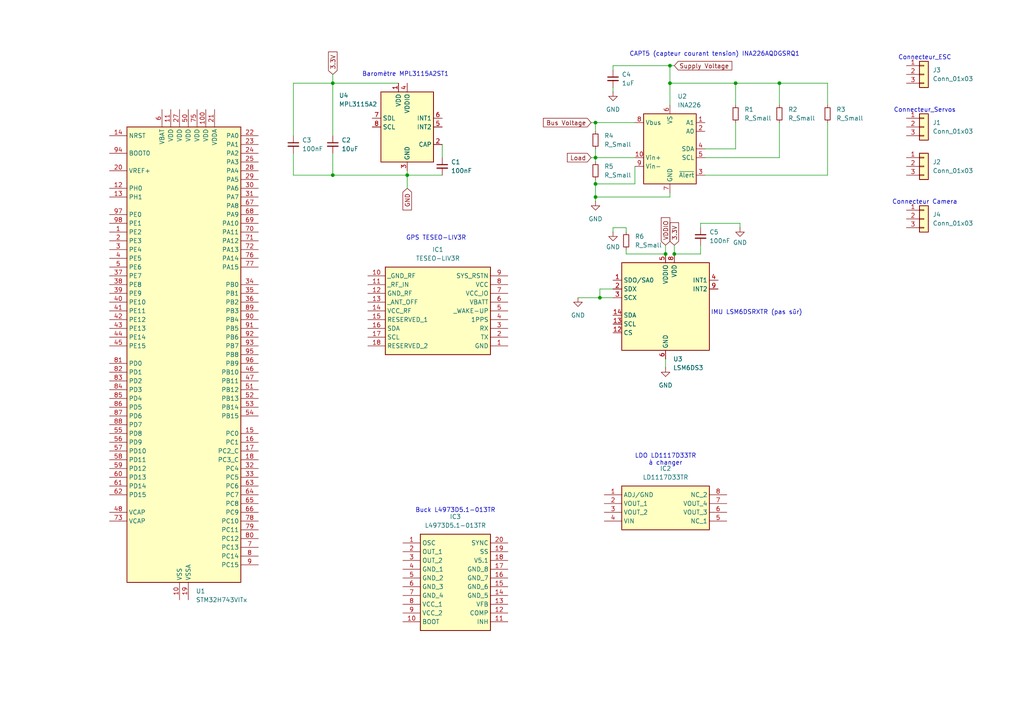
<source format=kicad_sch>
(kicad_sch (version 20231120) (generator "eeschema") (generator_version "8.0")
  (paper "A4")
  (lib_symbols
    (symbol "Connector_Generic:Conn_01x03" (pin_names (offset 1.016) hide)
      (property "Reference" "J" (at 0 5.08 0))
      (property "Value" "Conn_01x03" (at 0 -5.08 0))
      (symbol "Conn_01x03_1_1"
        (rectangle (start -1.27 -2.413) (end 0 -2.667) (stroke (width 0.1524)))
        (rectangle (start -1.27 0.127) (end 0 -0.127) (stroke (width 0.1524)))
        (rectangle (start -1.27 2.667) (end 0 2.413) (stroke (width 0.1524)))
        (rectangle (start -1.27 3.81) (end 1.27 -3.81) (stroke (width 0.254)) (fill (type background)))
        (pin passive line (at -5.08 2.54 0) (length 3.81) (name "Pin_1") (number "1"))
        (pin passive line (at -5.08 0 0) (length 3.81) (name "Pin_2") (number "2"))
        (pin passive line (at -5.08 -2.54 0) (length 3.81) (name "Pin_3") (number "3"))
      )
    )
    (symbol "Device:C_Small" (pin_numbers hide) (pin_names (offset 0.254) hide)
      (property "Reference" "C" (at 0.254 1.778 0))
      (property "Value" "C_Small" (at 0.254 -2.032 0))
      (symbol "C_Small_0_1"
        (polyline (pts (xy -1.524 -0.508) (xy 1.524 -0.508)) (stroke (width 0.3302)))
        (polyline (pts (xy -1.524 0.508) (xy 1.524 0.508)) (stroke (width 0.3048)))
      )
      (symbol "C_Small_1_1"
        (pin passive line (at 0 2.54 270) (length 2.032) (name "~") (number "1"))
        (pin passive line (at 0 -2.54 90) (length 2.032) (name "~") (number "2"))
      )
    )
    (symbol "Device:R_Small" (pin_numbers hide) (pin_names (offset 0.254) hide)
      (property "Reference" "R" (at 0.762 0.508 0))
      (property "Value" "R_Small" (at 0.762 -1.016 0))
      (symbol "R_Small_0_1"
        (rectangle (start -0.762 1.778) (end 0.762 -1.778) (stroke (width 0.2032)))
      )
      (symbol "R_Small_1_1"
        (pin passive line (at 0 2.54 270) (length 0.762) (name "~") (number "1"))
        (pin passive line (at 0 -2.54 90) (length 0.762) (name "~") (number "2"))
      )
    )
    (symbol "L4973D5_1-013TR:L4973D5.1-013TR"
      (property "Reference" "IC" (at 26.67 7.62 0))
      (property "Value" "L4973D5.1-013TR" (at 26.67 5.08 0))
      (symbol "L4973D5.1-013TR_1_1"
        (rectangle (start 5.08 2.54) (end 25.4 -25.4) (stroke (width 0.254)) (fill (type background)))
        (pin passive line (at 0 0 0) (length 5.08) (name "OSC") (number "1"))
        (pin passive line (at 0 -22.86 0) (length 5.08) (name "BOOT") (number "10"))
        (pin passive line (at 30.48 -22.86 180) (length 5.08) (name "INH") (number "11"))
        (pin passive line (at 30.48 -20.32 180) (length 5.08) (name "COMP") (number "12"))
        (pin passive line (at 30.48 -17.78 180) (length 5.08) (name "VFB") (number "13"))
        (pin passive line (at 30.48 -15.24 180) (length 5.08) (name "GND_5") (number "14"))
        (pin passive line (at 30.48 -12.7 180) (length 5.08) (name "GND_6") (number "15"))
        (pin passive line (at 30.48 -10.16 180) (length 5.08) (name "GND_7") (number "16"))
        (pin passive line (at 30.48 -7.62 180) (length 5.08) (name "GND_8") (number "17"))
        (pin passive line (at 30.48 -5.08 180) (length 5.08) (name "V5.1") (number "18"))
        (pin passive line (at 30.48 -2.54 180) (length 5.08) (name "SS") (number "19"))
        (pin passive line (at 0 -2.54 0) (length 5.08) (name "OUT_1") (number "2"))
        (pin passive line (at 30.48 0 180) (length 5.08) (name "SYNC") (number "20"))
        (pin passive line (at 0 -5.08 0) (length 5.08) (name "OUT_2") (number "3"))
        (pin passive line (at 0 -7.62 0) (length 5.08) (name "GND_1") (number "4"))
        (pin passive line (at 0 -10.16 0) (length 5.08) (name "GND_2") (number "5"))
        (pin passive line (at 0 -12.7 0) (length 5.08) (name "GND_3") (number "6"))
        (pin passive line (at 0 -15.24 0) (length 5.08) (name "GND_4") (number "7"))
        (pin passive line (at 0 -17.78 0) (length 5.08) (name "VCC_1") (number "8"))
        (pin passive line (at 0 -20.32 0) (length 5.08) (name "VCC_2") (number "9"))
      )
    )
    (symbol "LD1117D33TR:LD1117D33TR"
      (property "Reference" "IC" (at 31.75 7.62 0))
      (property "Value" "LD1117D33TR" (at 31.75 5.08 0))
      (symbol "LD1117D33TR_1_1"
        (rectangle (start 5.08 2.54) (end 30.48 -10.16) (stroke (width 0.254)) (fill (type background)))
        (pin passive line (at 0 0 0) (length 5.08) (name "ADJ/GND") (number "1"))
        (pin passive line (at 0 -2.54 0) (length 5.08) (name "VOUT_1") (number "2"))
        (pin passive line (at 0 -5.08 0) (length 5.08) (name "VOUT_2") (number "3"))
        (pin passive line (at 0 -7.62 0) (length 5.08) (name "VIN") (number "4"))
        (pin passive line (at 35.56 -7.62 180) (length 5.08) (name "NC_1") (number "5"))
        (pin passive line (at 35.56 -5.08 180) (length 5.08) (name "VOUT_3") (number "6"))
        (pin passive line (at 35.56 -2.54 180) (length 5.08) (name "VOUT_4") (number "7"))
        (pin passive line (at 35.56 0 180) (length 5.08) (name "NC_2") (number "8"))
      )
    )
    (symbol "MCU_ST_STM32H7:STM32H743VITx"
      (property "Reference" "U" (at -15.24 67.31 0))
      (property "Value" "STM32H743VITx" (at 12.7 67.31 0))
      (symbol "STM32H743VITx_0_1"
        (rectangle (start -15.24 -66.04) (end 17.78 66.04) (stroke (width 0.254)) (fill (type background)))
      )
      (symbol "STM32H743VITx_1_1"
        (pin bidirectional line (at -20.32 35.56 0) (length 5.08) (name "PE2") (number "1"))
        (pin power_in line (at 0 -71.12 90) (length 5.08) (name "VSS") (number "10"))
        (pin power_in line (at 7.62 71.12 270) (length 5.08) (name "VDD") (number "100"))
        (pin power_in line (at -2.54 71.12 270) (length 5.08) (name "VDD") (number "11"))
        (pin bidirectional line (at -20.32 48.26 0) (length 5.08) (name "PH0") (number "12"))
        (pin bidirectional line (at -20.32 45.72 0) (length 5.08) (name "PH1") (number "13"))
        (pin input line (at -20.32 63.5 0) (length 5.08) (name "NRST") (number "14"))
        (pin bidirectional line (at 22.86 -22.86 180) (length 5.08) (name "PC0") (number "15"))
        (pin bidirectional line (at 22.86 -25.4 180) (length 5.08) (name "PC1") (number "16"))
        (pin bidirectional line (at 22.86 -27.94 180) (length 5.08) (name "PC2_C") (number "17"))
        (pin bidirectional line (at 22.86 -30.48 180) (length 5.08) (name "PC3_C") (number "18"))
        (pin power_in line (at 2.54 -71.12 90) (length 5.08) (name "VSSA") (number "19"))
        (pin bidirectional line (at -20.32 33.02 0) (length 5.08) (name "PE3") (number "2"))
        (pin input line (at -20.32 53.34 0) (length 5.08) (name "VREF+") (number "20"))
        (pin power_in line (at 10.16 71.12 270) (length 5.08) (name "VDDA") (number "21"))
        (pin bidirectional line (at 22.86 63.5 180) (length 5.08) (name "PA0") (number "22"))
        (pin bidirectional line (at 22.86 60.96 180) (length 5.08) (name "PA1") (number "23"))
        (pin bidirectional line (at 22.86 58.42 180) (length 5.08) (name "PA2") (number "24"))
        (pin bidirectional line (at 22.86 55.88 180) (length 5.08) (name "PA3") (number "25"))
        (pin passive line (at 0 -71.12 90) (length 5.08) hide (name "VSS") (number "26"))
        (pin power_in line (at 0 71.12 270) (length 5.08) (name "VDD") (number "27"))
        (pin bidirectional line (at 22.86 53.34 180) (length 5.08) (name "PA4") (number "28"))
        (pin bidirectional line (at 22.86 50.8 180) (length 5.08) (name "PA5") (number "29"))
        (pin bidirectional line (at -20.32 30.48 0) (length 5.08) (name "PE4") (number "3"))
        (pin bidirectional line (at 22.86 48.26 180) (length 5.08) (name "PA6") (number "30"))
        (pin bidirectional line (at 22.86 45.72 180) (length 5.08) (name "PA7") (number "31"))
        (pin bidirectional line (at 22.86 -33.02 180) (length 5.08) (name "PC4") (number "32"))
        (pin bidirectional line (at 22.86 -35.56 180) (length 5.08) (name "PC5") (number "33"))
        (pin bidirectional line (at 22.86 20.32 180) (length 5.08) (name "PB0") (number "34"))
        (pin bidirectional line (at 22.86 17.78 180) (length 5.08) (name "PB1") (number "35"))
        (pin bidirectional line (at 22.86 15.24 180) (length 5.08) (name "PB2") (number "36"))
        (pin bidirectional line (at -20.32 22.86 0) (length 5.08) (name "PE7") (number "37"))
        (pin bidirectional line (at -20.32 20.32 0) (length 5.08) (name "PE8") (number "38"))
        (pin bidirectional line (at -20.32 17.78 0) (length 5.08) (name "PE9") (number "39"))
        (pin bidirectional line (at -20.32 27.94 0) (length 5.08) (name "PE5") (number "4"))
        (pin bidirectional line (at -20.32 15.24 0) (length 5.08) (name "PE10") (number "40"))
        (pin bidirectional line (at -20.32 12.7 0) (length 5.08) (name "PE11") (number "41"))
        (pin bidirectional line (at -20.32 10.16 0) (length 5.08) (name "PE12") (number "42"))
        (pin bidirectional line (at -20.32 7.62 0) (length 5.08) (name "PE13") (number "43"))
        (pin bidirectional line (at -20.32 5.08 0) (length 5.08) (name "PE14") (number "44"))
        (pin bidirectional line (at -20.32 2.54 0) (length 5.08) (name "PE15") (number "45"))
        (pin bidirectional line (at 22.86 -5.08 180) (length 5.08) (name "PB10") (number "46"))
        (pin bidirectional line (at 22.86 -7.62 180) (length 5.08) (name "PB11") (number "47"))
        (pin power_out line (at -20.32 -45.72 0) (length 5.08) (name "VCAP") (number "48"))
        (pin passive line (at 0 -71.12 90) (length 5.08) hide (name "VSS") (number "49"))
        (pin bidirectional line (at -20.32 25.4 0) (length 5.08) (name "PE6") (number "5"))
        (pin power_in line (at 2.54 71.12 270) (length 5.08) (name "VDD") (number "50"))
        (pin bidirectional line (at 22.86 -10.16 180) (length 5.08) (name "PB12") (number "51"))
        (pin bidirectional line (at 22.86 -12.7 180) (length 5.08) (name "PB13") (number "52"))
        (pin bidirectional line (at 22.86 -15.24 180) (length 5.08) (name "PB14") (number "53"))
        (pin bidirectional line (at 22.86 -17.78 180) (length 5.08) (name "PB15") (number "54"))
        (pin bidirectional line (at -20.32 -22.86 0) (length 5.08) (name "PD8") (number "55"))
        (pin bidirectional line (at -20.32 -25.4 0) (length 5.08) (name "PD9") (number "56"))
        (pin bidirectional line (at -20.32 -27.94 0) (length 5.08) (name "PD10") (number "57"))
        (pin bidirectional line (at -20.32 -30.48 0) (length 5.08) (name "PD11") (number "58"))
        (pin bidirectional line (at -20.32 -33.02 0) (length 5.08) (name "PD12") (number "59"))
        (pin power_in line (at -5.08 71.12 270) (length 5.08) (name "VBAT") (number "6"))
        (pin bidirectional line (at -20.32 -35.56 0) (length 5.08) (name "PD13") (number "60"))
        (pin bidirectional line (at -20.32 -38.1 0) (length 5.08) (name "PD14") (number "61"))
        (pin bidirectional line (at -20.32 -40.64 0) (length 5.08) (name "PD15") (number "62"))
        (pin bidirectional line (at 22.86 -38.1 180) (length 5.08) (name "PC6") (number "63"))
        (pin bidirectional line (at 22.86 -40.64 180) (length 5.08) (name "PC7") (number "64"))
        (pin bidirectional line (at 22.86 -43.18 180) (length 5.08) (name "PC8") (number "65"))
        (pin bidirectional line (at 22.86 -45.72 180) (length 5.08) (name "PC9") (number "66"))
        (pin bidirectional line (at 22.86 43.18 180) (length 5.08) (name "PA8") (number "67"))
        (pin bidirectional line (at 22.86 40.64 180) (length 5.08) (name "PA9") (number "68"))
        (pin bidirectional line (at 22.86 38.1 180) (length 5.08) (name "PA10") (number "69"))
        (pin bidirectional line (at 22.86 -55.88 180) (length 5.08) (name "PC13") (number "7"))
        (pin bidirectional line (at 22.86 35.56 180) (length 5.08) (name "PA11") (number "70"))
        (pin bidirectional line (at 22.86 33.02 180) (length 5.08) (name "PA12") (number "71"))
        (pin bidirectional line (at 22.86 30.48 180) (length 5.08) (name "PA13") (number "72"))
        (pin power_out line (at -20.32 -48.26 0) (length 5.08) (name "VCAP") (number "73"))
        (pin passive line (at 0 -71.12 90) (length 5.08) hide (name "VSS") (number "74"))
        (pin power_in line (at 5.08 71.12 270) (length 5.08) (name "VDD") (number "75"))
        (pin bidirectional line (at 22.86 27.94 180) (length 5.08) (name "PA14") (number "76"))
        (pin bidirectional line (at 22.86 25.4 180) (length 5.08) (name "PA15") (number "77"))
        (pin bidirectional line (at 22.86 -48.26 180) (length 5.08) (name "PC10") (number "78"))
        (pin bidirectional line (at 22.86 -50.8 180) (length 5.08) (name "PC11") (number "79"))
        (pin bidirectional line (at 22.86 -58.42 180) (length 5.08) (name "PC14") (number "8"))
        (pin bidirectional line (at 22.86 -53.34 180) (length 5.08) (name "PC12") (number "80"))
        (pin bidirectional line (at -20.32 -2.54 0) (length 5.08) (name "PD0") (number "81"))
        (pin bidirectional line (at -20.32 -5.08 0) (length 5.08) (name "PD1") (number "82"))
        (pin bidirectional line (at -20.32 -7.62 0) (length 5.08) (name "PD2") (number "83"))
        (pin bidirectional line (at -20.32 -10.16 0) (length 5.08) (name "PD3") (number "84"))
        (pin bidirectional line (at -20.32 -12.7 0) (length 5.08) (name "PD4") (number "85"))
        (pin bidirectional line (at -20.32 -15.24 0) (length 5.08) (name "PD5") (number "86"))
        (pin bidirectional line (at -20.32 -17.78 0) (length 5.08) (name "PD6") (number "87"))
        (pin bidirectional line (at -20.32 -20.32 0) (length 5.08) (name "PD7") (number "88"))
        (pin bidirectional line (at 22.86 12.7 180) (length 5.08) (name "PB3") (number "89"))
        (pin bidirectional line (at 22.86 -60.96 180) (length 5.08) (name "PC15") (number "9"))
        (pin bidirectional line (at 22.86 10.16 180) (length 5.08) (name "PB4") (number "90"))
        (pin bidirectional line (at 22.86 7.62 180) (length 5.08) (name "PB5") (number "91"))
        (pin bidirectional line (at 22.86 5.08 180) (length 5.08) (name "PB6") (number "92"))
        (pin bidirectional line (at 22.86 2.54 180) (length 5.08) (name "PB7") (number "93"))
        (pin input line (at -20.32 58.42 0) (length 5.08) (name "BOOT0") (number "94"))
        (pin bidirectional line (at 22.86 0 180) (length 5.08) (name "PB8") (number "95"))
        (pin bidirectional line (at 22.86 -2.54 180) (length 5.08) (name "PB9") (number "96"))
        (pin bidirectional line (at -20.32 40.64 0) (length 5.08) (name "PE0") (number "97"))
        (pin bidirectional line (at -20.32 38.1 0) (length 5.08) (name "PE1") (number "98"))
        (pin passive line (at 0 -71.12 90) (length 5.08) hide (name "VSS") (number "99"))
      )
    )
    (symbol "Sensor_Energy:INA226"
      (property "Reference" "U" (at -6.35 11.43 0))
      (property "Value" "INA226" (at 3.81 11.43 0))
      (symbol "INA226_0_1"
        (rectangle (start 7.62 10.16) (end -7.62 -10.16) (stroke (width 0.254)) (fill (type background)))
      )
      (symbol "INA226_1_1"
        (pin input line (at 10.16 7.62 180) (length 2.54) (name "A1") (number "1"))
        (pin input line (at -10.16 -2.54 0) (length 2.54) (name "Vin+") (number "10"))
        (pin input line (at 10.16 5.08 180) (length 2.54) (name "A0") (number "2"))
        (pin open_collector line (at 10.16 -7.62 180) (length 2.54) (name "~{Alert}") (number "3"))
        (pin bidirectional line (at 10.16 0 180) (length 2.54) (name "SDA") (number "4"))
        (pin input line (at 10.16 -2.54 180) (length 2.54) (name "SCL") (number "5"))
        (pin power_in line (at 0 12.7 270) (length 2.54) (name "VS") (number "6"))
        (pin power_in line (at 0 -12.7 90) (length 2.54) (name "GND") (number "7"))
        (pin input line (at -10.16 7.62 0) (length 2.54) (name "Vbus") (number "8"))
        (pin input line (at -10.16 -5.08 0) (length 2.54) (name "Vin-") (number "9"))
      )
    )
    (symbol "Sensor_Motion:LSM6DS3"
      (property "Reference" "U" (at -11.43 15.24 0))
      (property "Value" "LSM6DS3" (at -11.43 12.7 0))
      (symbol "LSM6DS3_0_1"
        (rectangle (start -12.7 12.7) (end 12.7 -12.7) (stroke (width 0.254)) (fill (type background)))
      )
      (symbol "LSM6DS3_1_1"
        (pin bidirectional line (at -15.24 7.62 0) (length 2.54) (name "SDO/SA0") (number "1"))
        (pin no_connect line (at 12.7 -5.08 180) (length 3.81) hide (name "NC") (number "10"))
        (pin no_connect line (at 12.7 -2.54 180) (length 3.81) hide (name "NC") (number "11"))
        (pin input line (at -15.24 -7.62 0) (length 2.54) (name "CS") (number "12"))
        (pin input line (at -15.24 -5.08 0) (length 2.54) (name "SCL") (number "13"))
        (pin bidirectional line (at -15.24 -2.54 0) (length 2.54) (name "SDA") (number "14"))
        (pin bidirectional line (at -15.24 5.08 0) (length 2.54) (name "SDX") (number "2"))
        (pin input line (at -15.24 2.54 0) (length 2.54) (name "SCX") (number "3"))
        (pin output line (at 15.24 7.62 180) (length 2.54) (name "INT1") (number "4"))
        (pin power_in line (at 0 15.24 270) (length 2.54) (name "VDDIO") (number "5"))
        (pin power_in line (at 0 -15.24 90) (length 2.54) (name "GND") (number "6"))
        (pin passive line (at 0 -15.24 90) (length 2.54) hide (name "GND") (number "7"))
        (pin power_in line (at 2.54 15.24 270) (length 2.54) (name "VDD") (number "8"))
        (pin output line (at 15.24 5.08 180) (length 2.54) (name "INT2") (number "9"))
      )
    )
    (symbol "Sensor_Pressure:MPL3115A2"
      (property "Reference" "U" (at -6.35 11.43 0))
      (property "Value" "MPL3115A2" (at 6.35 11.43 0))
      (symbol "MPL3115A2_0_1"
        (rectangle (start 7.62 10.16) (end -7.62 -10.16) (stroke (width 0.254)) (fill (type background)))
      )
      (symbol "MPL3115A2_1_1"
        (pin power_in line (at -2.54 12.7 270) (length 2.54) (name "VDD") (number "1"))
        (pin passive line (at 10.16 -5.08 180) (length 2.54) (name "CAP") (number "2"))
        (pin power_in line (at 0 -12.7 90) (length 2.54) (name "GND") (number "3"))
        (pin power_in line (at 0 12.7 270) (length 2.54) (name "VDDIO") (number "4"))
        (pin open_collector line (at 10.16 0 180) (length 2.54) (name "INT2") (number "5"))
        (pin open_collector line (at 10.16 2.54 180) (length 2.54) (name "INT1") (number "6"))
        (pin bidirectional line (at -10.16 2.54 0) (length 2.54) (name "SDL") (number "7"))
        (pin input line (at -10.16 0 0) (length 2.54) (name "SCL") (number "8"))
      )
    )
    (symbol "TESEO-LIV3R:TESEO-LIV3R"
      (property "Reference" "IC" (at 36.83 7.62 0))
      (property "Value" "TESEO-LIV3R" (at 36.83 5.08 0))
      (symbol "TESEO-LIV3R_1_1"
        (rectangle (start 5.08 2.54) (end 35.56 -22.86) (stroke (width 0.254)) (fill (type background)))
        (pin passive line (at 40.64 -20.32 180) (length 5.08) (name "GND") (number "1"))
        (pin passive line (at 0 0 0) (length 5.08) (name "_GND_RF") (number "10"))
        (pin passive line (at 0 -2.54 0) (length 5.08) (name "_RF_IN") (number "11"))
        (pin passive line (at 0 -5.08 0) (length 5.08) (name "GND_RF") (number "12"))
        (pin passive line (at 0 -7.62 0) (length 5.08) (name "_ANT_OFF") (number "13"))
        (pin passive line (at 0 -10.16 0) (length 5.08) (name "VCC_RF") (number "14"))
        (pin passive line (at 0 -12.7 0) (length 5.08) (name "RESERVED_1") (number "15"))
        (pin passive line (at 0 -15.24 0) (length 5.08) (name "SDA") (number "16"))
        (pin passive line (at 0 -17.78 0) (length 5.08) (name "SCL") (number "17"))
        (pin passive line (at 0 -20.32 0) (length 5.08) (name "RESERVED_2") (number "18"))
        (pin passive line (at 40.64 -17.78 180) (length 5.08) (name "TX") (number "2"))
        (pin passive line (at 40.64 -15.24 180) (length 5.08) (name "RX") (number "3"))
        (pin passive line (at 40.64 -12.7 180) (length 5.08) (name "1PPS") (number "4"))
        (pin passive line (at 40.64 -10.16 180) (length 5.08) (name "_WAKE-UP") (number "5"))
        (pin passive line (at 40.64 -7.62 180) (length 5.08) (name "VBATT") (number "6"))
        (pin passive line (at 40.64 -5.08 180) (length 5.08) (name "VCC_IO") (number "7"))
        (pin passive line (at 40.64 -2.54 180) (length 5.08) (name "VCC") (number "8"))
        (pin passive line (at 40.64 0 180) (length 5.08) (name "SYS_RSTN") (number "9"))
      )
    )
    (symbol "power:GND" (power) (pin_numbers hide) (pin_names (offset 0) hide)
      (property "Value" "GND" (at 0 -3.81 0))
      (symbol "GND_0_1"
        (polyline (pts (xy 0 0) (xy 0 -1.27) (xy 1.27 -1.27) (xy 0 -2.54) (xy -1.27 -1.27) (xy 0 -1.27)))
      )
      (symbol "GND_1_1"
        (pin power_in line (at 0 0 270) (length 0) (name "~") (number "1"))
      )
    )
  )
  (junction (at 194.31 19.05))
  (junction (at 118.11 50.8))
  (junction (at 96.52 24.13))
  (junction (at 193.04 73.66))
  (junction (at 226.06 24.13))
  (junction (at 96.52 50.8))
  (junction (at 195.58 73.66))
  (junction (at 172.72 45.72))
  (junction (at 172.72 57.15))
  (junction (at 172.72 35.56))
  (junction (at 213.36 24.13))
  (junction (at 172.72 53.34))
  (junction (at 173.99 86.36))
  (junction (at 194.31 24.13))
  (wire (pts (xy 226.06 30.48) (xy 226.06 24.13)))
  (wire (pts (xy 85.09 39.37) (xy 85.09 24.13)))
  (wire (pts (xy 203.2 64.77) (xy 214.63 64.77)))
  (wire (pts (xy 177.8 25.4) (xy 177.8 26.67)))
  (wire (pts (xy 177.8 67.31) (xy 177.8 66.04)))
  (wire (pts (xy 195.58 19.05) (xy 194.31 19.05)))
  (wire (pts (xy 118.11 50.8) (xy 118.11 49.53)))
  (wire (pts (xy 213.36 24.13) (xy 213.36 30.48)))
  (wire (pts (xy 193.04 71.12) (xy 193.04 73.66)))
  (wire (pts (xy 203.2 73.66) (xy 195.58 73.66)))
  (wire (pts (xy 173.99 83.82) (xy 173.99 86.36)))
  (wire (pts (xy 128.27 41.91) (xy 128.27 45.72)))
  (wire (pts (xy 240.03 50.8) (xy 204.47 50.8)))
  (wire (pts (xy 171.45 35.56) (xy 172.72 35.56)))
  (wire (pts (xy 213.36 35.56) (xy 213.36 43.18)))
  (wire (pts (xy 167.64 86.36) (xy 173.99 86.36)))
  (wire (pts (xy 177.8 83.82) (xy 173.99 83.82)))
  (wire (pts (xy 226.06 35.56) (xy 226.06 45.72)))
  (wire (pts (xy 194.31 19.05) (xy 194.31 24.13)))
  (wire (pts (xy 173.99 86.36) (xy 177.8 86.36)))
  (wire (pts (xy 226.06 45.72) (xy 204.47 45.72)))
  (wire (pts (xy 184.15 53.34) (xy 172.72 53.34)))
  (wire (pts (xy 96.52 50.8) (xy 118.11 50.8)))
  (wire (pts (xy 240.03 35.56) (xy 240.03 50.8)))
  (wire (pts (xy 96.52 44.45) (xy 96.52 50.8)))
  (wire (pts (xy 203.2 66.04) (xy 203.2 64.77)))
  (wire (pts (xy 181.61 66.04) (xy 181.61 67.31)))
  (wire (pts (xy 118.11 50.8) (xy 118.11 54.61)))
  (wire (pts (xy 171.45 45.72) (xy 172.72 45.72)))
  (wire (pts (xy 226.06 24.13) (xy 213.36 24.13)))
  (wire (pts (xy 172.72 45.72) (xy 172.72 46.99)))
  (wire (pts (xy 96.52 21.59) (xy 96.52 24.13)))
  (wire (pts (xy 128.27 50.8) (xy 118.11 50.8)))
  (wire (pts (xy 177.8 19.05) (xy 177.8 20.32)))
  (wire (pts (xy 193.04 73.66) (xy 181.61 73.66)))
  (wire (pts (xy 204.47 43.18) (xy 213.36 43.18)))
  (wire (pts (xy 172.72 35.56) (xy 184.15 35.56)))
  (wire (pts (xy 203.2 71.12) (xy 203.2 73.66)))
  (wire (pts (xy 172.72 43.18) (xy 172.72 45.72)))
  (wire (pts (xy 194.31 55.88) (xy 194.31 57.15)))
  (wire (pts (xy 85.09 50.8) (xy 96.52 50.8)))
  (wire (pts (xy 195.58 71.12) (xy 195.58 73.66)))
  (wire (pts (xy 240.03 24.13) (xy 226.06 24.13)))
  (wire (pts (xy 85.09 44.45) (xy 85.09 50.8)))
  (wire (pts (xy 85.09 24.13) (xy 96.52 24.13)))
  (wire (pts (xy 115.57 24.13) (xy 96.52 24.13)))
  (wire (pts (xy 194.31 19.05) (xy 177.8 19.05)))
  (wire (pts (xy 181.61 73.66) (xy 181.61 72.39)))
  (wire (pts (xy 172.72 53.34) (xy 172.72 57.15)))
  (wire (pts (xy 172.72 53.34) (xy 172.72 52.07)))
  (wire (pts (xy 172.72 35.56) (xy 172.72 38.1)))
  (wire (pts (xy 172.72 57.15) (xy 172.72 58.42)))
  (wire (pts (xy 96.52 24.13) (xy 96.52 39.37)))
  (wire (pts (xy 194.31 30.48) (xy 194.31 24.13)))
  (wire (pts (xy 193.04 104.14) (xy 193.04 106.68)))
  (wire (pts (xy 214.63 64.77) (xy 214.63 66.04)))
  (wire (pts (xy 213.36 24.13) (xy 194.31 24.13)))
  (wire (pts (xy 177.8 66.04) (xy 181.61 66.04)))
  (wire (pts (xy 184.15 48.26) (xy 184.15 53.34)))
  (wire (pts (xy 172.72 45.72) (xy 184.15 45.72)))
  (wire (pts (xy 194.31 57.15) (xy 172.72 57.15)))
  (wire (pts (xy 240.03 30.48) (xy 240.03 24.13)))
  (text "Connecteur_ESC\n" (at 268.224 16.764 0) (effects (font (size 1.27 1.27))))
  (text "Baromètre MPL3115A2ST1" (at 117.602 21.59 0) (effects (font (size 1.27 1.27))))
  (text "LDO LD1117D33TR\nà changer\n" (at 193.04 133.35 0) (effects (font (size 1.27 1.27))))
  (text "CAPT5 (capteur courant tension) INA226AQDGSRQ1" (at 207.264 15.748 0) (effects (font (size 1.27 1.27))))
  (text "GPS TESEO-LIV3R" (at 126.492 69.088 0) (effects (font (size 1.27 1.27))))
  (text "Connecteur_Servos" (at 268.224 32.004 0) (effects (font (size 1.27 1.27))))
  (text "Buck L4973D5.1-013TR" (at 132.08 148.082 0) (effects (font (size 1.27 1.27))))
  (text "Connecteur Camera\n" (at 268.224 58.674 0) (effects (font (size 1.27 1.27))))
  (text "IMU LSM6DSRXTR (pas sûr)\n" (at 219.456 90.678 0) (effects (font (size 1.27 1.27))))
  (global_label "GND" (shape input) (at 118.11 54.61 270) (property "Intersheetrefs" "${INTERSHEET_REFS}" (effects (hide yes))))
  (global_label "Supply Voltage" (shape input) (at 195.58 19.05 0) (property "Intersheetrefs" "${INTERSHEET_REFS}" (effects (hide yes))))
  (global_label "VDDIO" (shape input) (at 193.04 71.12 90) (property "Intersheetrefs" "${INTERSHEET_REFS}" (effects (hide yes))))
  (global_label "Bus Voltage" (shape input) (at 171.45 35.56 180) (property "Intersheetrefs" "${INTERSHEET_REFS}" (effects (hide yes))))
  (global_label "3.3V" (shape input) (at 96.52 21.59 90) (property "Intersheetrefs" "${INTERSHEET_REFS}" (effects (hide yes))))
  (global_label "3.3V" (shape input) (at 195.58 71.12 90) (property "Intersheetrefs" "${INTERSHEET_REFS}" (effects (hide yes))))
  (global_label "Load" (shape input) (at 171.45 45.72 180) (property "Intersheetrefs" "${INTERSHEET_REFS}" (effects (hide yes))))
  (symbol (lib_id "power:GND") (at 214.63 66.04 0) (unit 1)
    (property "Reference" "#PWR05" (effects (hide yes)))
    (property "Value" "GND" (at 214.63 70.358 0))
    (property "Description" "Power symbol creates a global label with name \"GND\" , ground" (effects (hide yes)))
  )
  (symbol (lib_id "Sensor_Motion:LSM6DS3") (at 193.04 88.9 0) (unit 1)
    (property "Reference" "U3" (at 195.2341 104.14 0) (effects (justify left)))
    (property "Value" "LSM6DS3" (at 195.2341 106.68 0) (effects (justify left)))
    (property "Footprint" "Package_LGA:LGA-14_3x2.5mm_P0.5mm_LayoutBorder3x4y" (effects (hide yes)))
    (property "Datasheet" "https://www.st.com/resource/en/datasheet/lsm6ds3tr-c.pdf" (effects (hide yes)))
    (property "Description" "I2C/SPI, iNEMO inertial module: always-on 3D accelerometer and 3D gyroscope" (effects (hide yes)))
  )
  (symbol (lib_id "Device:R_Small") (at 172.72 49.53 0) (unit 1)
    (property "Reference" "R5" (at 175.26 48.2599 0) (effects (justify left)))
    (property "Value" "R_Small" (at 175.26 50.7999 0) (effects (justify left)))
    (property "Description" "Resistor, small symbol" (effects (hide yes)))
  )
  (symbol (lib_id "Sensor_Pressure:MPL3115A2") (at 118.11 36.83 0) (unit 1)
    (property "Reference" "U4" (at 98.298 27.686 0) (effects (justify left)))
    (property "Value" "MPL3115A2" (at 98.298 30.226 0) (effects (justify left)))
    (property "Footprint" "Package_LGA:NXP_LGA-8_3x5mm_P1.25mm_H1.1mm" (effects (hide yes)))
    (property "Datasheet" "https://www.nxp.com/docs/en/data-sheet/MPL3115A2.pdf" (effects (hide yes)))
    (property "Description" "I2C precision pressure sensor with altimetry, LGA-8" (effects (hide yes)))
  )
  (symbol (lib_id "Device:R_Small") (at 172.72 40.64 0) (unit 1)
    (property "Reference" "R4" (at 175.26 39.3699 0) (effects (justify left)))
    (property "Value" "R_Small" (at 175.26 41.9099 0) (effects (justify left)))
    (property "Description" "Resistor, small symbol" (effects (hide yes)))
  )
  (symbol (lib_id "Sensor_Energy:INA226") (at 194.31 43.18 0) (unit 1)
    (property "Reference" "U2" (at 196.5041 27.94 0) (effects (justify left)))
    (property "Value" "INA226" (at 196.5041 30.48 0) (effects (justify left)))
    (property "Footprint" "Package_SO:VSSOP-10_3x3mm_P0.5mm" (effects (hide yes)))
    (property "Datasheet" "http://www.ti.com/lit/ds/symlink/ina226.pdf" (effects (hide yes)))
    (property "Description" "High-Side or Low-Side Measurement, Bi-Directional Current and Power Monitor (0-36V) with I2C Compatible Interface, VSSOP-10" (effects (hide yes)))
  )
  (symbol (lib_id "TESEO-LIV3R:TESEO-LIV3R") (at 106.68 80.01 0) (unit 1)
    (property "Reference" "IC1" (at 127 72.39 0))
    (property "Value" "TESEO-LIV3R" (at 127 74.93 0))
    (property "Footprint" "TESEOLIV3R" (effects (hide yes)))
    (property "Datasheet" "https://www.st.com/resource/en/datasheet/teseo-liv3r.pdf" (effects (hide yes)))
    (property "Description" "- RF Receiver BeiDou, GLONASS, GNSS, GPS 1.561GHz, 1.575MHz -163dBm Not Included 18-LCC (9.7x10.1)" (effects (hide yes)))
    (property "Height" "2.3" (effects (hide yes)))
    (property "Mouser Part Number" "511-TESEO-LIV3R" (effects (hide yes)))
    (property "Mouser Price/Stock" "https://www.mouser.co.uk/ProductDetail/STMicroelectronics/TESEO-LIV3R?qs=ZSypp649SOXG7EmhCFcBlw%3D%3D" (effects (hide yes)))
    (property "Manufacturer_Name" "STMicroelectronics" (effects (hide yes)))
    (property "Manufacturer_Part_Number" "TESEO-LIV3R" (effects (hide yes)))
  )
  (symbol (lib_id "power:GND") (at 193.04 106.68 0) (unit 1)
    (property "Reference" "#PWR03" (effects (hide yes)))
    (property "Value" "GND" (at 193.04 111.76 0))
    (property "Description" "Power symbol creates a global label with name \"GND\" , ground" (effects (hide yes)))
  )
  (symbol (lib_id "power:GND") (at 177.8 26.67 0) (unit 1)
    (property "Reference" "#PWR01" (effects (hide yes)))
    (property "Value" "GND" (at 177.8 31.75 0))
    (property "Description" "Power symbol creates a global label with name \"GND\" , ground" (effects (hide yes)))
  )
  (symbol (lib_id "Device:C_Small") (at 128.27 48.26 0) (unit 1)
    (property "Reference" "C1" (at 130.81 46.9962 0) (effects (justify left)))
    (property "Value" "100nF" (at 130.81 49.5362 0) (effects (justify left)))
    (property "Description" "Unpolarized capacitor, small symbol" (effects (hide yes)))
  )
  (symbol (lib_id "Connector_Generic:Conn_01x03") (at 267.97 48.26 0) (unit 1)
    (property "Reference" "J2" (at 270.51 46.9899 0) (effects (justify left)))
    (property "Value" "Conn_01x03" (at 270.51 49.5299 0) (effects (justify left)))
    (property "Description" "Generic connector, single row, 01x03, script generated (kicad-library-utils/schlib/autogen/connector/)" (effects (hide yes)))
  )
  (symbol (lib_id "Device:C_Small") (at 203.2 68.58 0) (unit 1)
    (property "Reference" "C5" (at 205.74 67.3162 0) (effects (justify left)))
    (property "Value" "100nF" (at 205.74 69.8562 0) (effects (justify left)))
    (property "Description" "Unpolarized capacitor, small symbol" (effects (hide yes)))
  )
  (symbol (lib_id "power:GND") (at 177.8 67.31 0) (unit 1)
    (property "Reference" "#PWR04" (effects (hide yes)))
    (property "Value" "GND" (at 177.8 71.628 0))
    (property "Description" "Power symbol creates a global label with name \"GND\" , ground" (effects (hide yes)))
  )
  (symbol (lib_id "Connector_Generic:Conn_01x03") (at 267.97 21.59 0) (unit 1)
    (property "Reference" "J3" (at 270.51 20.3199 0) (effects (justify left)))
    (property "Value" "Conn_01x03" (at 270.51 22.8599 0) (effects (justify left)))
    (property "Description" "Generic connector, single row, 01x03, script generated (kicad-library-utils/schlib/autogen/connector/)" (effects (hide yes)))
  )
  (symbol (lib_id "power:GND") (at 167.64 86.36 0) (unit 1)
    (property "Reference" "#PWR06" (effects (hide yes)))
    (property "Value" "GND" (at 167.64 91.44 0))
    (property "Description" "Power symbol creates a global label with name \"GND\" , ground" (effects (hide yes)))
  )
  (symbol (lib_id "Connector_Generic:Conn_01x03") (at 267.97 36.83 0) (unit 1)
    (property "Reference" "J1" (at 270.51 35.5599 0) (effects (justify left)))
    (property "Value" "Conn_01x03" (at 270.51 38.0999 0) (effects (justify left)))
    (property "Description" "Generic connector, single row, 01x03, script generated (kicad-library-utils/schlib/autogen/connector/)" (effects (hide yes)))
  )
  (symbol (lib_id "Connector_Generic:Conn_01x03") (at 267.97 63.5 0) (unit 1)
    (property "Reference" "J4" (at 270.51 62.2299 0) (effects (justify left)))
    (property "Value" "Conn_01x03" (at 270.51 64.7699 0) (effects (justify left)))
    (property "Description" "Generic connector, single row, 01x03, script generated (kicad-library-utils/schlib/autogen/connector/)" (effects (hide yes)))
  )
  (symbol (lib_id "L4973D5_1-013TR:L4973D5.1-013TR") (at 116.84 157.48 0) (unit 1)
    (property "Reference" "IC3" (at 132.08 149.86 0))
    (property "Value" "L4973D5.1-013TR" (at 132.08 152.4 0))
    (property "Footprint" "SOIC127P1032X265-20N" (effects (hide yes)))
    (property "Datasheet" "https://www.st.com/resource/en/datasheet/l4973.pdf" (effects (hide yes)))
    (property "Description" "3.5 A step down switching regulator" (effects (hide yes)))
    (property "Height" "2.65" (effects (hide yes)))
    (property "Mouser Part Number" "511-L4973D5.1-013TR" (effects (hide yes)))
    (property "Mouser Price/Stock" "https://www.mouser.co.uk/ProductDetail/STMicroelectronics/L4973D51-013TR?qs=2NFIEqkO8DhvbhGzMl%252BTiA%3D%3D" (effects (hide yes)))
    (property "Manufacturer_Name" "STMicroelectronics" (effects (hide yes)))
    (property "Manufacturer_Part_Number" "L4973D5.1-013TR" (effects (hide yes)))
  )
  (symbol (lib_id "power:GND") (at 172.72 58.42 0) (unit 1)
    (property "Reference" "#PWR02" (effects (hide yes)))
    (property "Value" "GND" (at 172.72 63.5 0))
    (property "Description" "Power symbol creates a global label with name \"GND\" , ground" (effects (hide yes)))
  )
  (symbol (lib_id "MCU_ST_STM32H7:STM32H743VITx") (at 52.07 102.87 0) (unit 1)
    (property "Reference" "U1" (at 56.8041 171.45 0) (effects (justify left)))
    (property "Value" "STM32H743VITx" (at 56.8041 173.99 0) (effects (justify left)))
    (property "Footprint" "Package_QFP:LQFP-100_14x14mm_P0.5mm" (effects (hide yes)))
    (property "Datasheet" "https://www.st.com/resource/en/datasheet/stm32h743vi.pdf" (effects (hide yes)))
    (property "Description" "STMicroelectronics Arm Cortex-M7 MCU, 2048KB flash, 1024KB RAM, 480 MHz, 1.71-3.6V, 82 GPIO, LQFP100" (effects (hide yes)))
  )
  (symbol (lib_id "Device:R_Small") (at 181.61 69.85 0) (unit 1)
    (property "Reference" "R6" (at 184.15 68.5799 0) (effects (justify left)))
    (property "Value" "R_Small" (at 184.15 71.1199 0) (effects (justify left)))
    (property "Description" "Resistor, small symbol" (effects (hide yes)))
  )
  (symbol (lib_id "Device:C_Small") (at 96.52 41.91 0) (unit 1)
    (property "Reference" "C2" (at 99.06 40.6462 0) (effects (justify left)))
    (property "Value" "10uF" (at 99.06 43.1862 0) (effects (justify left)))
    (property "Description" "Unpolarized capacitor, small symbol" (effects (hide yes)))
  )
  (symbol (lib_id "Device:R_Small") (at 213.36 33.02 0) (unit 1)
    (property "Reference" "R1" (at 215.9 31.7499 0) (effects (justify left)))
    (property "Value" "R_Small" (at 215.9 34.2899 0) (effects (justify left)))
    (property "Description" "Resistor, small symbol" (effects (hide yes)))
  )
  (symbol (lib_id "Device:C_Small") (at 85.09 41.91 0) (unit 1)
    (property "Reference" "C3" (at 87.63 40.6462 0) (effects (justify left)))
    (property "Value" "100nF" (at 87.63 43.1862 0) (effects (justify left)))
    (property "Description" "Unpolarized capacitor, small symbol" (effects (hide yes)))
  )
  (symbol (lib_id "LD1117D33TR:LD1117D33TR") (at 175.26 143.51 0) (unit 1)
    (property "Reference" "IC2" (at 193.04 135.89 0))
    (property "Value" "LD1117D33TR" (at 193.04 138.43 0))
    (property "Footprint" "SOIC127P600X175-8N" (effects (hide yes)))
    (property "Datasheet" "http://www.st.com/st-web-ui/static/active/en/resource/technical/document/datasheet/CD00000544.pdf" (effects (hide yes)))
    (property "Description" "LD1117D33TR, Low Dropout Voltage Regulator, 1.3A, 3.3V +/-1%, 8-Pin SO" (effects (hide yes)))
    (property "Height" "1.75" (effects (hide yes)))
    (property "Mouser Part Number" "511-LD1117D33-TR" (effects (hide yes)))
    (property "Mouser Price/Stock" "https://www.mouser.co.uk/ProductDetail/STMicroelectronics/LD1117D33TR?qs=8YYpzd7qSxIl%2FiC6F%2FA2nA%3D%3D" (effects (hide yes)))
    (property "Manufacturer_Name" "STMicroelectronics" (effects (hide yes)))
    (property "Manufacturer_Part_Number" "LD1117D33TR" (effects (hide yes)))
  )
  (symbol (lib_id "Device:R_Small") (at 240.03 33.02 0) (unit 1)
    (property "Reference" "R3" (at 242.57 31.7499 0) (effects (justify left)))
    (property "Value" "R_Small" (at 242.57 34.2899 0) (effects (justify left)))
    (property "Description" "Resistor, small symbol" (effects (hide yes)))
  )
  (symbol (lib_id "Device:C_Small") (at 177.8 22.86 0) (unit 1)
    (property "Reference" "C4" (at 180.34 21.5962 0) (effects (justify left)))
    (property "Value" "1uF" (at 180.34 24.1362 0) (effects (justify left)))
    (property "Description" "Unpolarized capacitor, small symbol" (effects (hide yes)))
  )
  (symbol (lib_id "Device:R_Small") (at 226.06 33.02 0) (unit 1)
    (property "Reference" "R2" (at 228.6 31.7499 0) (effects (justify left)))
    (property "Value" "R_Small" (at 228.6 34.2899 0) (effects (justify left)))
    (property "Description" "Resistor, small symbol" (effects (hide yes)))
  )
)
</source>
